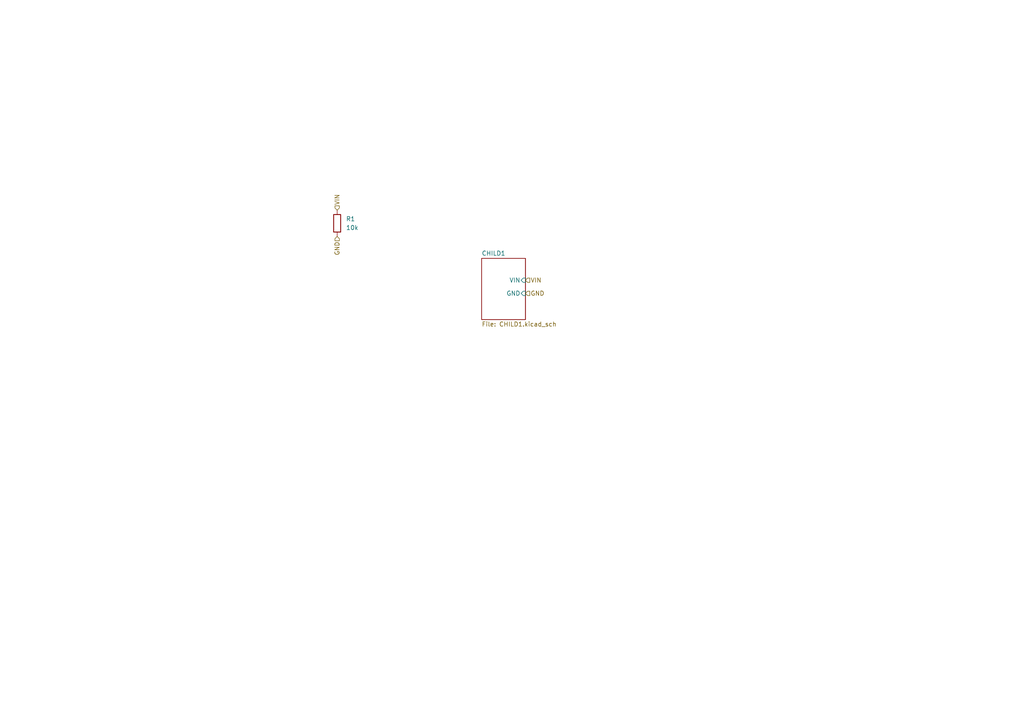
<source format=kicad_sch>
(kicad_sch (version 20250114) (generator "eeschema") (generator_version "9.0")
  (paper "A4")
  (lib_symbols
    (symbol "Device:R" (pin_numbers (hide yes)) (pin_names (offset 0))
      (property "Reference" "R" (at 2.032 0 90))
      (property "Value" "R" (at 0 0 90))
      (symbol "R_0_1"
        (rectangle (start -1.016 -2.54) (end 1.016 2.54) (stroke (width 0.254)))
      )
      (symbol "R_1_1"
        (pin passive line (at 0 3.81 270) (length 1.27) (name "~") (number "1"))
        (pin passive line (at 0 -3.81 90) (length 1.27) (name "~") (number "2"))
      )
    )
  )
  (hierarchical_label "VIN" (shape input) (at 97.79 60.96 90))
  (hierarchical_label "GND" (shape input) (at 97.79 68.58 270))
  (hierarchical_label "GND" (shape input) (at 152.4 85.09 0))
  (hierarchical_label "VIN" (shape input) (at 152.4 81.28 0))
  (symbol (lib_id "Device:R") (at 97.79 64.77 0) (unit 1)
    (property "Reference" "R1" (at 100.33 63.4999 0) (effects (justify left)))
    (property "Value" "10k" (at 100.33 66.0399 0) (effects (justify left)))
    (property "Footprint" "Resistor_SMD:R_0603_1608Metric" (effects (hide yes)))
    (property "Description" "Resistor" (effects (hide yes)))
  )
  (sheet (at 139.7 74.93) (size 12.7 17.78) (stroke (width 0.1524))
    (property "Sheetname" "CHILD1" (at 139.7 74.2184 0) (effects (justify left bottom)))
    (property "Sheetfile" "CHILD1.kicad_sch" (at 139.7 93.2946 0) (effects (justify left top)))
    (pin "GND" input (at 152.4 85.09 0))
    (pin "VIN" input (at 152.4 81.28 0))
  )
)
</source>
